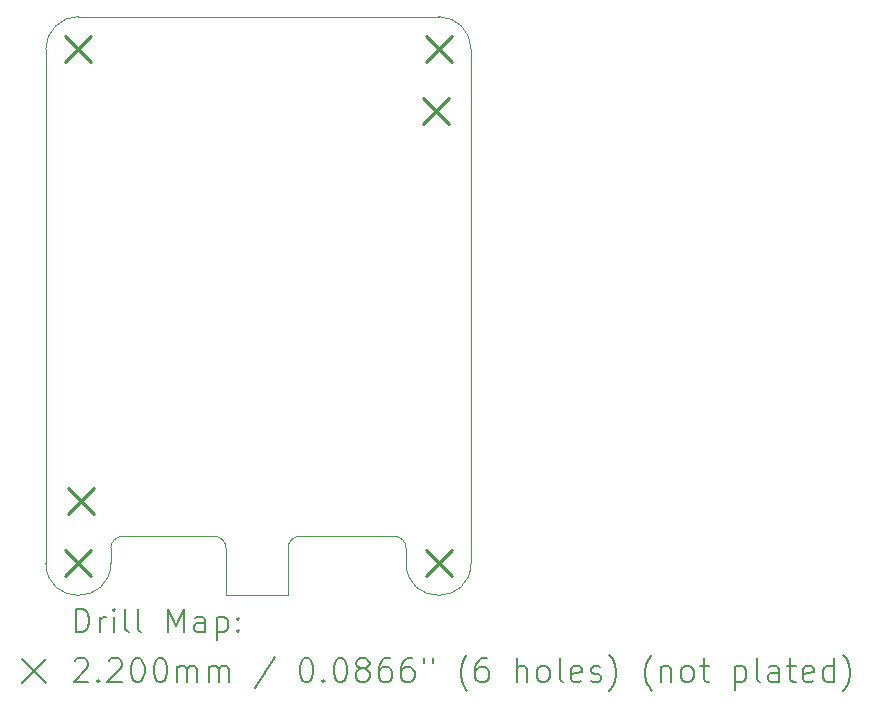
<source format=gbr>
%TF.GenerationSoftware,KiCad,Pcbnew,(6.0.10)*%
%TF.CreationDate,2023-01-02T18:23:20+01:00*%
%TF.ProjectId,sniffer,736e6966-6665-4722-9e6b-696361645f70,rev?*%
%TF.SameCoordinates,Original*%
%TF.FileFunction,Drillmap*%
%TF.FilePolarity,Positive*%
%FSLAX45Y45*%
G04 Gerber Fmt 4.5, Leading zero omitted, Abs format (unit mm)*
G04 Created by KiCad (PCBNEW (6.0.10)) date 2023-01-02 18:23:20*
%MOMM*%
%LPD*%
G01*
G04 APERTURE LIST*
%ADD10C,0.050000*%
%ADD11C,0.200000*%
%ADD12C,0.220000*%
G04 APERTURE END LIST*
D10*
X8280000Y-12325000D02*
G75*
G03*
X8830000Y-12325000I275000J0D01*
G01*
X11330000Y-12325000D02*
G75*
G03*
X11880000Y-12325000I275000J0D01*
G01*
X11880000Y-7975000D02*
G75*
G03*
X11605000Y-7700000I-275000J0D01*
G01*
X8555000Y-7700000D02*
G75*
G03*
X8280000Y-7975000I0J-275000D01*
G01*
X11330000Y-12200000D02*
G75*
G03*
X11230000Y-12100000I-100000J0D01*
G01*
X10430000Y-12100000D02*
G75*
G03*
X10330000Y-12200000I0J-100000D01*
G01*
X9805000Y-12200000D02*
G75*
G03*
X9705000Y-12100000I-100000J0D01*
G01*
X8930000Y-12100000D02*
G75*
G03*
X8830000Y-12200000I0J-100000D01*
G01*
X8930000Y-12100000D02*
X9705000Y-12100000D01*
X8830000Y-12325000D02*
X8830000Y-12200000D01*
X11330000Y-12200000D02*
X11330000Y-12325000D01*
X10430000Y-12100000D02*
X11230000Y-12100000D01*
X10330000Y-12600000D02*
X10330000Y-12200000D01*
X9805000Y-12600000D02*
X10330000Y-12600000D01*
X9805000Y-12200000D02*
X9805000Y-12600000D01*
X8280000Y-12325000D02*
X8280000Y-7975000D01*
X11880000Y-7975000D02*
X11880000Y-12325000D01*
X8555000Y-7700000D02*
X11605000Y-7700000D01*
D11*
D12*
X8445000Y-7865000D02*
X8665000Y-8085000D01*
X8665000Y-7865000D02*
X8445000Y-8085000D01*
X8445000Y-12215000D02*
X8665000Y-12435000D01*
X8665000Y-12215000D02*
X8445000Y-12435000D01*
X8470000Y-11690000D02*
X8690000Y-11910000D01*
X8690000Y-11690000D02*
X8470000Y-11910000D01*
X11470000Y-8390000D02*
X11690000Y-8610000D01*
X11690000Y-8390000D02*
X11470000Y-8610000D01*
X11495000Y-7865000D02*
X11715000Y-8085000D01*
X11715000Y-7865000D02*
X11495000Y-8085000D01*
X11495000Y-12215000D02*
X11715000Y-12435000D01*
X11715000Y-12215000D02*
X11495000Y-12435000D01*
D11*
X8535119Y-12912976D02*
X8535119Y-12712976D01*
X8582738Y-12712976D01*
X8611310Y-12722500D01*
X8630357Y-12741548D01*
X8639881Y-12760595D01*
X8649405Y-12798690D01*
X8649405Y-12827262D01*
X8639881Y-12865357D01*
X8630357Y-12884405D01*
X8611310Y-12903452D01*
X8582738Y-12912976D01*
X8535119Y-12912976D01*
X8735119Y-12912976D02*
X8735119Y-12779643D01*
X8735119Y-12817738D02*
X8744643Y-12798690D01*
X8754167Y-12789167D01*
X8773214Y-12779643D01*
X8792262Y-12779643D01*
X8858929Y-12912976D02*
X8858929Y-12779643D01*
X8858929Y-12712976D02*
X8849405Y-12722500D01*
X8858929Y-12732024D01*
X8868452Y-12722500D01*
X8858929Y-12712976D01*
X8858929Y-12732024D01*
X8982738Y-12912976D02*
X8963690Y-12903452D01*
X8954167Y-12884405D01*
X8954167Y-12712976D01*
X9087500Y-12912976D02*
X9068452Y-12903452D01*
X9058929Y-12884405D01*
X9058929Y-12712976D01*
X9316071Y-12912976D02*
X9316071Y-12712976D01*
X9382738Y-12855833D01*
X9449405Y-12712976D01*
X9449405Y-12912976D01*
X9630357Y-12912976D02*
X9630357Y-12808214D01*
X9620833Y-12789167D01*
X9601786Y-12779643D01*
X9563690Y-12779643D01*
X9544643Y-12789167D01*
X9630357Y-12903452D02*
X9611310Y-12912976D01*
X9563690Y-12912976D01*
X9544643Y-12903452D01*
X9535119Y-12884405D01*
X9535119Y-12865357D01*
X9544643Y-12846309D01*
X9563690Y-12836786D01*
X9611310Y-12836786D01*
X9630357Y-12827262D01*
X9725595Y-12779643D02*
X9725595Y-12979643D01*
X9725595Y-12789167D02*
X9744643Y-12779643D01*
X9782738Y-12779643D01*
X9801786Y-12789167D01*
X9811310Y-12798690D01*
X9820833Y-12817738D01*
X9820833Y-12874881D01*
X9811310Y-12893928D01*
X9801786Y-12903452D01*
X9782738Y-12912976D01*
X9744643Y-12912976D01*
X9725595Y-12903452D01*
X9906548Y-12893928D02*
X9916071Y-12903452D01*
X9906548Y-12912976D01*
X9897024Y-12903452D01*
X9906548Y-12893928D01*
X9906548Y-12912976D01*
X9906548Y-12789167D02*
X9916071Y-12798690D01*
X9906548Y-12808214D01*
X9897024Y-12798690D01*
X9906548Y-12789167D01*
X9906548Y-12808214D01*
X8077500Y-13142500D02*
X8277500Y-13342500D01*
X8277500Y-13142500D02*
X8077500Y-13342500D01*
X8525595Y-13152024D02*
X8535119Y-13142500D01*
X8554167Y-13132976D01*
X8601786Y-13132976D01*
X8620833Y-13142500D01*
X8630357Y-13152024D01*
X8639881Y-13171071D01*
X8639881Y-13190119D01*
X8630357Y-13218690D01*
X8516071Y-13332976D01*
X8639881Y-13332976D01*
X8725595Y-13313928D02*
X8735119Y-13323452D01*
X8725595Y-13332976D01*
X8716071Y-13323452D01*
X8725595Y-13313928D01*
X8725595Y-13332976D01*
X8811310Y-13152024D02*
X8820833Y-13142500D01*
X8839881Y-13132976D01*
X8887500Y-13132976D01*
X8906548Y-13142500D01*
X8916071Y-13152024D01*
X8925595Y-13171071D01*
X8925595Y-13190119D01*
X8916071Y-13218690D01*
X8801786Y-13332976D01*
X8925595Y-13332976D01*
X9049405Y-13132976D02*
X9068452Y-13132976D01*
X9087500Y-13142500D01*
X9097024Y-13152024D01*
X9106548Y-13171071D01*
X9116071Y-13209167D01*
X9116071Y-13256786D01*
X9106548Y-13294881D01*
X9097024Y-13313928D01*
X9087500Y-13323452D01*
X9068452Y-13332976D01*
X9049405Y-13332976D01*
X9030357Y-13323452D01*
X9020833Y-13313928D01*
X9011310Y-13294881D01*
X9001786Y-13256786D01*
X9001786Y-13209167D01*
X9011310Y-13171071D01*
X9020833Y-13152024D01*
X9030357Y-13142500D01*
X9049405Y-13132976D01*
X9239881Y-13132976D02*
X9258929Y-13132976D01*
X9277976Y-13142500D01*
X9287500Y-13152024D01*
X9297024Y-13171071D01*
X9306548Y-13209167D01*
X9306548Y-13256786D01*
X9297024Y-13294881D01*
X9287500Y-13313928D01*
X9277976Y-13323452D01*
X9258929Y-13332976D01*
X9239881Y-13332976D01*
X9220833Y-13323452D01*
X9211310Y-13313928D01*
X9201786Y-13294881D01*
X9192262Y-13256786D01*
X9192262Y-13209167D01*
X9201786Y-13171071D01*
X9211310Y-13152024D01*
X9220833Y-13142500D01*
X9239881Y-13132976D01*
X9392262Y-13332976D02*
X9392262Y-13199643D01*
X9392262Y-13218690D02*
X9401786Y-13209167D01*
X9420833Y-13199643D01*
X9449405Y-13199643D01*
X9468452Y-13209167D01*
X9477976Y-13228214D01*
X9477976Y-13332976D01*
X9477976Y-13228214D02*
X9487500Y-13209167D01*
X9506548Y-13199643D01*
X9535119Y-13199643D01*
X9554167Y-13209167D01*
X9563690Y-13228214D01*
X9563690Y-13332976D01*
X9658929Y-13332976D02*
X9658929Y-13199643D01*
X9658929Y-13218690D02*
X9668452Y-13209167D01*
X9687500Y-13199643D01*
X9716071Y-13199643D01*
X9735119Y-13209167D01*
X9744643Y-13228214D01*
X9744643Y-13332976D01*
X9744643Y-13228214D02*
X9754167Y-13209167D01*
X9773214Y-13199643D01*
X9801786Y-13199643D01*
X9820833Y-13209167D01*
X9830357Y-13228214D01*
X9830357Y-13332976D01*
X10220833Y-13123452D02*
X10049405Y-13380595D01*
X10477976Y-13132976D02*
X10497024Y-13132976D01*
X10516071Y-13142500D01*
X10525595Y-13152024D01*
X10535119Y-13171071D01*
X10544643Y-13209167D01*
X10544643Y-13256786D01*
X10535119Y-13294881D01*
X10525595Y-13313928D01*
X10516071Y-13323452D01*
X10497024Y-13332976D01*
X10477976Y-13332976D01*
X10458929Y-13323452D01*
X10449405Y-13313928D01*
X10439881Y-13294881D01*
X10430357Y-13256786D01*
X10430357Y-13209167D01*
X10439881Y-13171071D01*
X10449405Y-13152024D01*
X10458929Y-13142500D01*
X10477976Y-13132976D01*
X10630357Y-13313928D02*
X10639881Y-13323452D01*
X10630357Y-13332976D01*
X10620833Y-13323452D01*
X10630357Y-13313928D01*
X10630357Y-13332976D01*
X10763690Y-13132976D02*
X10782738Y-13132976D01*
X10801786Y-13142500D01*
X10811310Y-13152024D01*
X10820833Y-13171071D01*
X10830357Y-13209167D01*
X10830357Y-13256786D01*
X10820833Y-13294881D01*
X10811310Y-13313928D01*
X10801786Y-13323452D01*
X10782738Y-13332976D01*
X10763690Y-13332976D01*
X10744643Y-13323452D01*
X10735119Y-13313928D01*
X10725595Y-13294881D01*
X10716071Y-13256786D01*
X10716071Y-13209167D01*
X10725595Y-13171071D01*
X10735119Y-13152024D01*
X10744643Y-13142500D01*
X10763690Y-13132976D01*
X10944643Y-13218690D02*
X10925595Y-13209167D01*
X10916071Y-13199643D01*
X10906548Y-13180595D01*
X10906548Y-13171071D01*
X10916071Y-13152024D01*
X10925595Y-13142500D01*
X10944643Y-13132976D01*
X10982738Y-13132976D01*
X11001786Y-13142500D01*
X11011310Y-13152024D01*
X11020833Y-13171071D01*
X11020833Y-13180595D01*
X11011310Y-13199643D01*
X11001786Y-13209167D01*
X10982738Y-13218690D01*
X10944643Y-13218690D01*
X10925595Y-13228214D01*
X10916071Y-13237738D01*
X10906548Y-13256786D01*
X10906548Y-13294881D01*
X10916071Y-13313928D01*
X10925595Y-13323452D01*
X10944643Y-13332976D01*
X10982738Y-13332976D01*
X11001786Y-13323452D01*
X11011310Y-13313928D01*
X11020833Y-13294881D01*
X11020833Y-13256786D01*
X11011310Y-13237738D01*
X11001786Y-13228214D01*
X10982738Y-13218690D01*
X11192262Y-13132976D02*
X11154167Y-13132976D01*
X11135119Y-13142500D01*
X11125595Y-13152024D01*
X11106548Y-13180595D01*
X11097024Y-13218690D01*
X11097024Y-13294881D01*
X11106548Y-13313928D01*
X11116071Y-13323452D01*
X11135119Y-13332976D01*
X11173214Y-13332976D01*
X11192262Y-13323452D01*
X11201786Y-13313928D01*
X11211309Y-13294881D01*
X11211309Y-13247262D01*
X11201786Y-13228214D01*
X11192262Y-13218690D01*
X11173214Y-13209167D01*
X11135119Y-13209167D01*
X11116071Y-13218690D01*
X11106548Y-13228214D01*
X11097024Y-13247262D01*
X11382738Y-13132976D02*
X11344643Y-13132976D01*
X11325595Y-13142500D01*
X11316071Y-13152024D01*
X11297024Y-13180595D01*
X11287500Y-13218690D01*
X11287500Y-13294881D01*
X11297024Y-13313928D01*
X11306548Y-13323452D01*
X11325595Y-13332976D01*
X11363690Y-13332976D01*
X11382738Y-13323452D01*
X11392262Y-13313928D01*
X11401786Y-13294881D01*
X11401786Y-13247262D01*
X11392262Y-13228214D01*
X11382738Y-13218690D01*
X11363690Y-13209167D01*
X11325595Y-13209167D01*
X11306548Y-13218690D01*
X11297024Y-13228214D01*
X11287500Y-13247262D01*
X11477976Y-13132976D02*
X11477976Y-13171071D01*
X11554167Y-13132976D02*
X11554167Y-13171071D01*
X11849405Y-13409167D02*
X11839881Y-13399643D01*
X11820833Y-13371071D01*
X11811309Y-13352024D01*
X11801786Y-13323452D01*
X11792262Y-13275833D01*
X11792262Y-13237738D01*
X11801786Y-13190119D01*
X11811309Y-13161548D01*
X11820833Y-13142500D01*
X11839881Y-13113928D01*
X11849405Y-13104405D01*
X12011309Y-13132976D02*
X11973214Y-13132976D01*
X11954167Y-13142500D01*
X11944643Y-13152024D01*
X11925595Y-13180595D01*
X11916071Y-13218690D01*
X11916071Y-13294881D01*
X11925595Y-13313928D01*
X11935119Y-13323452D01*
X11954167Y-13332976D01*
X11992262Y-13332976D01*
X12011309Y-13323452D01*
X12020833Y-13313928D01*
X12030357Y-13294881D01*
X12030357Y-13247262D01*
X12020833Y-13228214D01*
X12011309Y-13218690D01*
X11992262Y-13209167D01*
X11954167Y-13209167D01*
X11935119Y-13218690D01*
X11925595Y-13228214D01*
X11916071Y-13247262D01*
X12268452Y-13332976D02*
X12268452Y-13132976D01*
X12354167Y-13332976D02*
X12354167Y-13228214D01*
X12344643Y-13209167D01*
X12325595Y-13199643D01*
X12297024Y-13199643D01*
X12277976Y-13209167D01*
X12268452Y-13218690D01*
X12477976Y-13332976D02*
X12458928Y-13323452D01*
X12449405Y-13313928D01*
X12439881Y-13294881D01*
X12439881Y-13237738D01*
X12449405Y-13218690D01*
X12458928Y-13209167D01*
X12477976Y-13199643D01*
X12506548Y-13199643D01*
X12525595Y-13209167D01*
X12535119Y-13218690D01*
X12544643Y-13237738D01*
X12544643Y-13294881D01*
X12535119Y-13313928D01*
X12525595Y-13323452D01*
X12506548Y-13332976D01*
X12477976Y-13332976D01*
X12658928Y-13332976D02*
X12639881Y-13323452D01*
X12630357Y-13304405D01*
X12630357Y-13132976D01*
X12811309Y-13323452D02*
X12792262Y-13332976D01*
X12754167Y-13332976D01*
X12735119Y-13323452D01*
X12725595Y-13304405D01*
X12725595Y-13228214D01*
X12735119Y-13209167D01*
X12754167Y-13199643D01*
X12792262Y-13199643D01*
X12811309Y-13209167D01*
X12820833Y-13228214D01*
X12820833Y-13247262D01*
X12725595Y-13266309D01*
X12897024Y-13323452D02*
X12916071Y-13332976D01*
X12954167Y-13332976D01*
X12973214Y-13323452D01*
X12982738Y-13304405D01*
X12982738Y-13294881D01*
X12973214Y-13275833D01*
X12954167Y-13266309D01*
X12925595Y-13266309D01*
X12906548Y-13256786D01*
X12897024Y-13237738D01*
X12897024Y-13228214D01*
X12906548Y-13209167D01*
X12925595Y-13199643D01*
X12954167Y-13199643D01*
X12973214Y-13209167D01*
X13049405Y-13409167D02*
X13058928Y-13399643D01*
X13077976Y-13371071D01*
X13087500Y-13352024D01*
X13097024Y-13323452D01*
X13106548Y-13275833D01*
X13106548Y-13237738D01*
X13097024Y-13190119D01*
X13087500Y-13161548D01*
X13077976Y-13142500D01*
X13058928Y-13113928D01*
X13049405Y-13104405D01*
X13411309Y-13409167D02*
X13401786Y-13399643D01*
X13382738Y-13371071D01*
X13373214Y-13352024D01*
X13363690Y-13323452D01*
X13354167Y-13275833D01*
X13354167Y-13237738D01*
X13363690Y-13190119D01*
X13373214Y-13161548D01*
X13382738Y-13142500D01*
X13401786Y-13113928D01*
X13411309Y-13104405D01*
X13487500Y-13199643D02*
X13487500Y-13332976D01*
X13487500Y-13218690D02*
X13497024Y-13209167D01*
X13516071Y-13199643D01*
X13544643Y-13199643D01*
X13563690Y-13209167D01*
X13573214Y-13228214D01*
X13573214Y-13332976D01*
X13697024Y-13332976D02*
X13677976Y-13323452D01*
X13668452Y-13313928D01*
X13658928Y-13294881D01*
X13658928Y-13237738D01*
X13668452Y-13218690D01*
X13677976Y-13209167D01*
X13697024Y-13199643D01*
X13725595Y-13199643D01*
X13744643Y-13209167D01*
X13754167Y-13218690D01*
X13763690Y-13237738D01*
X13763690Y-13294881D01*
X13754167Y-13313928D01*
X13744643Y-13323452D01*
X13725595Y-13332976D01*
X13697024Y-13332976D01*
X13820833Y-13199643D02*
X13897024Y-13199643D01*
X13849405Y-13132976D02*
X13849405Y-13304405D01*
X13858928Y-13323452D01*
X13877976Y-13332976D01*
X13897024Y-13332976D01*
X14116071Y-13199643D02*
X14116071Y-13399643D01*
X14116071Y-13209167D02*
X14135119Y-13199643D01*
X14173214Y-13199643D01*
X14192262Y-13209167D01*
X14201786Y-13218690D01*
X14211309Y-13237738D01*
X14211309Y-13294881D01*
X14201786Y-13313928D01*
X14192262Y-13323452D01*
X14173214Y-13332976D01*
X14135119Y-13332976D01*
X14116071Y-13323452D01*
X14325595Y-13332976D02*
X14306548Y-13323452D01*
X14297024Y-13304405D01*
X14297024Y-13132976D01*
X14487500Y-13332976D02*
X14487500Y-13228214D01*
X14477976Y-13209167D01*
X14458928Y-13199643D01*
X14420833Y-13199643D01*
X14401786Y-13209167D01*
X14487500Y-13323452D02*
X14468452Y-13332976D01*
X14420833Y-13332976D01*
X14401786Y-13323452D01*
X14392262Y-13304405D01*
X14392262Y-13285357D01*
X14401786Y-13266309D01*
X14420833Y-13256786D01*
X14468452Y-13256786D01*
X14487500Y-13247262D01*
X14554167Y-13199643D02*
X14630357Y-13199643D01*
X14582738Y-13132976D02*
X14582738Y-13304405D01*
X14592262Y-13323452D01*
X14611309Y-13332976D01*
X14630357Y-13332976D01*
X14773214Y-13323452D02*
X14754167Y-13332976D01*
X14716071Y-13332976D01*
X14697024Y-13323452D01*
X14687500Y-13304405D01*
X14687500Y-13228214D01*
X14697024Y-13209167D01*
X14716071Y-13199643D01*
X14754167Y-13199643D01*
X14773214Y-13209167D01*
X14782738Y-13228214D01*
X14782738Y-13247262D01*
X14687500Y-13266309D01*
X14954167Y-13332976D02*
X14954167Y-13132976D01*
X14954167Y-13323452D02*
X14935119Y-13332976D01*
X14897024Y-13332976D01*
X14877976Y-13323452D01*
X14868452Y-13313928D01*
X14858928Y-13294881D01*
X14858928Y-13237738D01*
X14868452Y-13218690D01*
X14877976Y-13209167D01*
X14897024Y-13199643D01*
X14935119Y-13199643D01*
X14954167Y-13209167D01*
X15030357Y-13409167D02*
X15039881Y-13399643D01*
X15058928Y-13371071D01*
X15068452Y-13352024D01*
X15077976Y-13323452D01*
X15087500Y-13275833D01*
X15087500Y-13237738D01*
X15077976Y-13190119D01*
X15068452Y-13161548D01*
X15058928Y-13142500D01*
X15039881Y-13113928D01*
X15030357Y-13104405D01*
M02*

</source>
